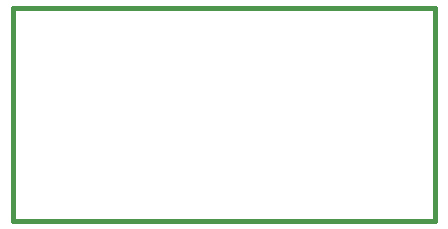
<source format=gko>
G04 Layer_Color=16711935*
%FSLAX23Y23*%
%MOIN*%
G70*
G01*
G75*
%ADD85C,0.018*%
D85*
X-50Y-55D02*
X1354D01*
X-50D02*
Y655D01*
X1354Y-55D02*
Y655D01*
X-50D02*
X1354D01*
M02*

</source>
